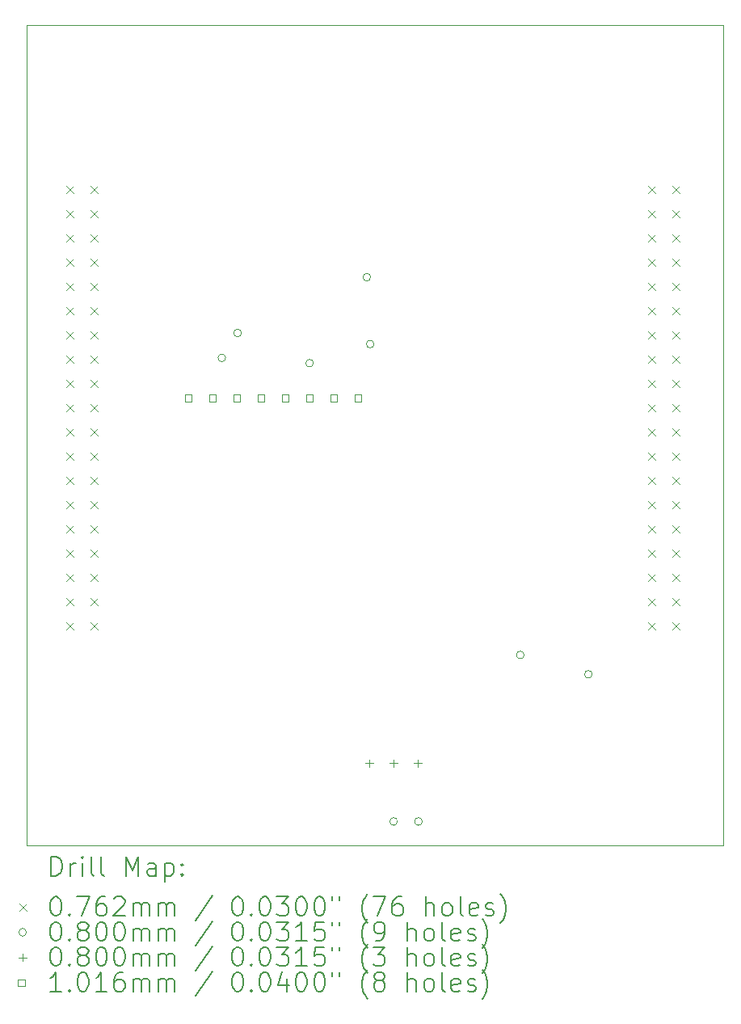
<source format=gbr>
%TF.GenerationSoftware,KiCad,Pcbnew,9.0.2*%
%TF.CreationDate,2025-05-16T17:18:47+02:00*%
%TF.ProjectId,PCB_accueil_STM,5043425f-6163-4637-9565-696c5f53544d,rev?*%
%TF.SameCoordinates,Original*%
%TF.FileFunction,Drillmap*%
%TF.FilePolarity,Positive*%
%FSLAX45Y45*%
G04 Gerber Fmt 4.5, Leading zero omitted, Abs format (unit mm)*
G04 Created by KiCad (PCBNEW 9.0.2) date 2025-05-16 17:18:47*
%MOMM*%
%LPD*%
G01*
G04 APERTURE LIST*
%ADD10C,0.050000*%
%ADD11C,0.200000*%
%ADD12C,0.100000*%
%ADD13C,0.101600*%
G04 APERTURE END LIST*
D10*
X11851600Y-5369560D02*
X11851600Y-13970000D01*
X19151600Y-13970000D02*
X19151600Y-5370000D01*
X11851600Y-13970000D02*
X19151600Y-13970000D01*
X19151600Y-5369560D02*
X11851600Y-5369560D01*
D11*
D12*
X12263500Y-7059900D02*
X12339700Y-7136100D01*
X12339700Y-7059900D02*
X12263500Y-7136100D01*
X12263500Y-7313900D02*
X12339700Y-7390100D01*
X12339700Y-7313900D02*
X12263500Y-7390100D01*
X12263500Y-7567900D02*
X12339700Y-7644100D01*
X12339700Y-7567900D02*
X12263500Y-7644100D01*
X12263500Y-7821900D02*
X12339700Y-7898100D01*
X12339700Y-7821900D02*
X12263500Y-7898100D01*
X12263500Y-8075900D02*
X12339700Y-8152100D01*
X12339700Y-8075900D02*
X12263500Y-8152100D01*
X12263500Y-8329900D02*
X12339700Y-8406100D01*
X12339700Y-8329900D02*
X12263500Y-8406100D01*
X12263500Y-8583900D02*
X12339700Y-8660100D01*
X12339700Y-8583900D02*
X12263500Y-8660100D01*
X12263500Y-8837900D02*
X12339700Y-8914100D01*
X12339700Y-8837900D02*
X12263500Y-8914100D01*
X12263500Y-9091900D02*
X12339700Y-9168100D01*
X12339700Y-9091900D02*
X12263500Y-9168100D01*
X12263500Y-9345900D02*
X12339700Y-9422100D01*
X12339700Y-9345900D02*
X12263500Y-9422100D01*
X12263500Y-9599900D02*
X12339700Y-9676100D01*
X12339700Y-9599900D02*
X12263500Y-9676100D01*
X12263500Y-9853900D02*
X12339700Y-9930100D01*
X12339700Y-9853900D02*
X12263500Y-9930100D01*
X12263500Y-10107900D02*
X12339700Y-10184100D01*
X12339700Y-10107900D02*
X12263500Y-10184100D01*
X12263500Y-10361900D02*
X12339700Y-10438100D01*
X12339700Y-10361900D02*
X12263500Y-10438100D01*
X12263500Y-10615900D02*
X12339700Y-10692100D01*
X12339700Y-10615900D02*
X12263500Y-10692100D01*
X12263500Y-10869900D02*
X12339700Y-10946100D01*
X12339700Y-10869900D02*
X12263500Y-10946100D01*
X12263500Y-11123900D02*
X12339700Y-11200100D01*
X12339700Y-11123900D02*
X12263500Y-11200100D01*
X12263500Y-11377900D02*
X12339700Y-11454100D01*
X12339700Y-11377900D02*
X12263500Y-11454100D01*
X12263500Y-11631900D02*
X12339700Y-11708100D01*
X12339700Y-11631900D02*
X12263500Y-11708100D01*
X12517500Y-7059900D02*
X12593700Y-7136100D01*
X12593700Y-7059900D02*
X12517500Y-7136100D01*
X12517500Y-7313900D02*
X12593700Y-7390100D01*
X12593700Y-7313900D02*
X12517500Y-7390100D01*
X12517500Y-7567900D02*
X12593700Y-7644100D01*
X12593700Y-7567900D02*
X12517500Y-7644100D01*
X12517500Y-7821900D02*
X12593700Y-7898100D01*
X12593700Y-7821900D02*
X12517500Y-7898100D01*
X12517500Y-8075900D02*
X12593700Y-8152100D01*
X12593700Y-8075900D02*
X12517500Y-8152100D01*
X12517500Y-8329900D02*
X12593700Y-8406100D01*
X12593700Y-8329900D02*
X12517500Y-8406100D01*
X12517500Y-8583900D02*
X12593700Y-8660100D01*
X12593700Y-8583900D02*
X12517500Y-8660100D01*
X12517500Y-8837900D02*
X12593700Y-8914100D01*
X12593700Y-8837900D02*
X12517500Y-8914100D01*
X12517500Y-9091900D02*
X12593700Y-9168100D01*
X12593700Y-9091900D02*
X12517500Y-9168100D01*
X12517500Y-9345900D02*
X12593700Y-9422100D01*
X12593700Y-9345900D02*
X12517500Y-9422100D01*
X12517500Y-9599900D02*
X12593700Y-9676100D01*
X12593700Y-9599900D02*
X12517500Y-9676100D01*
X12517500Y-9853900D02*
X12593700Y-9930100D01*
X12593700Y-9853900D02*
X12517500Y-9930100D01*
X12517500Y-10107900D02*
X12593700Y-10184100D01*
X12593700Y-10107900D02*
X12517500Y-10184100D01*
X12517500Y-10361900D02*
X12593700Y-10438100D01*
X12593700Y-10361900D02*
X12517500Y-10438100D01*
X12517500Y-10615900D02*
X12593700Y-10692100D01*
X12593700Y-10615900D02*
X12517500Y-10692100D01*
X12517500Y-10869900D02*
X12593700Y-10946100D01*
X12593700Y-10869900D02*
X12517500Y-10946100D01*
X12517500Y-11123900D02*
X12593700Y-11200100D01*
X12593700Y-11123900D02*
X12517500Y-11200100D01*
X12517500Y-11377900D02*
X12593700Y-11454100D01*
X12593700Y-11377900D02*
X12517500Y-11454100D01*
X12517500Y-11631900D02*
X12593700Y-11708100D01*
X12593700Y-11631900D02*
X12517500Y-11708100D01*
X18359500Y-7059900D02*
X18435700Y-7136100D01*
X18435700Y-7059900D02*
X18359500Y-7136100D01*
X18359500Y-7313900D02*
X18435700Y-7390100D01*
X18435700Y-7313900D02*
X18359500Y-7390100D01*
X18359500Y-7567900D02*
X18435700Y-7644100D01*
X18435700Y-7567900D02*
X18359500Y-7644100D01*
X18359500Y-7821900D02*
X18435700Y-7898100D01*
X18435700Y-7821900D02*
X18359500Y-7898100D01*
X18359500Y-8075900D02*
X18435700Y-8152100D01*
X18435700Y-8075900D02*
X18359500Y-8152100D01*
X18359500Y-8329900D02*
X18435700Y-8406100D01*
X18435700Y-8329900D02*
X18359500Y-8406100D01*
X18359500Y-8583900D02*
X18435700Y-8660100D01*
X18435700Y-8583900D02*
X18359500Y-8660100D01*
X18359500Y-8837900D02*
X18435700Y-8914100D01*
X18435700Y-8837900D02*
X18359500Y-8914100D01*
X18359500Y-9091900D02*
X18435700Y-9168100D01*
X18435700Y-9091900D02*
X18359500Y-9168100D01*
X18359500Y-9345900D02*
X18435700Y-9422100D01*
X18435700Y-9345900D02*
X18359500Y-9422100D01*
X18359500Y-9599900D02*
X18435700Y-9676100D01*
X18435700Y-9599900D02*
X18359500Y-9676100D01*
X18359500Y-9853900D02*
X18435700Y-9930100D01*
X18435700Y-9853900D02*
X18359500Y-9930100D01*
X18359500Y-10107900D02*
X18435700Y-10184100D01*
X18435700Y-10107900D02*
X18359500Y-10184100D01*
X18359500Y-10361900D02*
X18435700Y-10438100D01*
X18435700Y-10361900D02*
X18359500Y-10438100D01*
X18359500Y-10615900D02*
X18435700Y-10692100D01*
X18435700Y-10615900D02*
X18359500Y-10692100D01*
X18359500Y-10869900D02*
X18435700Y-10946100D01*
X18435700Y-10869900D02*
X18359500Y-10946100D01*
X18359500Y-11123900D02*
X18435700Y-11200100D01*
X18435700Y-11123900D02*
X18359500Y-11200100D01*
X18359500Y-11377900D02*
X18435700Y-11454100D01*
X18435700Y-11377900D02*
X18359500Y-11454100D01*
X18359500Y-11631900D02*
X18435700Y-11708100D01*
X18435700Y-11631900D02*
X18359500Y-11708100D01*
X18613500Y-7059900D02*
X18689700Y-7136100D01*
X18689700Y-7059900D02*
X18613500Y-7136100D01*
X18613500Y-7313900D02*
X18689700Y-7390100D01*
X18689700Y-7313900D02*
X18613500Y-7390100D01*
X18613500Y-7567900D02*
X18689700Y-7644100D01*
X18689700Y-7567900D02*
X18613500Y-7644100D01*
X18613500Y-7821900D02*
X18689700Y-7898100D01*
X18689700Y-7821900D02*
X18613500Y-7898100D01*
X18613500Y-8075900D02*
X18689700Y-8152100D01*
X18689700Y-8075900D02*
X18613500Y-8152100D01*
X18613500Y-8329900D02*
X18689700Y-8406100D01*
X18689700Y-8329900D02*
X18613500Y-8406100D01*
X18613500Y-8583900D02*
X18689700Y-8660100D01*
X18689700Y-8583900D02*
X18613500Y-8660100D01*
X18613500Y-8837900D02*
X18689700Y-8914100D01*
X18689700Y-8837900D02*
X18613500Y-8914100D01*
X18613500Y-9091900D02*
X18689700Y-9168100D01*
X18689700Y-9091900D02*
X18613500Y-9168100D01*
X18613500Y-9345900D02*
X18689700Y-9422100D01*
X18689700Y-9345900D02*
X18613500Y-9422100D01*
X18613500Y-9599900D02*
X18689700Y-9676100D01*
X18689700Y-9599900D02*
X18613500Y-9676100D01*
X18613500Y-9853900D02*
X18689700Y-9930100D01*
X18689700Y-9853900D02*
X18613500Y-9930100D01*
X18613500Y-10107900D02*
X18689700Y-10184100D01*
X18689700Y-10107900D02*
X18613500Y-10184100D01*
X18613500Y-10361900D02*
X18689700Y-10438100D01*
X18689700Y-10361900D02*
X18613500Y-10438100D01*
X18613500Y-10615900D02*
X18689700Y-10692100D01*
X18689700Y-10615900D02*
X18613500Y-10692100D01*
X18613500Y-10869900D02*
X18689700Y-10946100D01*
X18689700Y-10869900D02*
X18613500Y-10946100D01*
X18613500Y-11123900D02*
X18689700Y-11200100D01*
X18689700Y-11123900D02*
X18613500Y-11200100D01*
X18613500Y-11377900D02*
X18689700Y-11454100D01*
X18689700Y-11377900D02*
X18613500Y-11454100D01*
X18613500Y-11631900D02*
X18689700Y-11708100D01*
X18689700Y-11631900D02*
X18613500Y-11708100D01*
X13936340Y-8859520D02*
G75*
G02*
X13856340Y-8859520I-40000J0D01*
G01*
X13856340Y-8859520D02*
G75*
G02*
X13936340Y-8859520I40000J0D01*
G01*
X14101440Y-8600020D02*
G75*
G02*
X14021440Y-8600020I-40000J0D01*
G01*
X14021440Y-8600020D02*
G75*
G02*
X14101440Y-8600020I40000J0D01*
G01*
X14855820Y-8915400D02*
G75*
G02*
X14775820Y-8915400I-40000J0D01*
G01*
X14775820Y-8915400D02*
G75*
G02*
X14855820Y-8915400I40000J0D01*
G01*
X15455260Y-8013700D02*
G75*
G02*
X15375260Y-8013700I-40000J0D01*
G01*
X15375260Y-8013700D02*
G75*
G02*
X15455260Y-8013700I40000J0D01*
G01*
X15490820Y-8714320D02*
G75*
G02*
X15410820Y-8714320I-40000J0D01*
G01*
X15410820Y-8714320D02*
G75*
G02*
X15490820Y-8714320I40000J0D01*
G01*
X15736249Y-13716190D02*
G75*
G02*
X15656249Y-13716190I-40000J0D01*
G01*
X15656249Y-13716190D02*
G75*
G02*
X15736249Y-13716190I40000J0D01*
G01*
X15996249Y-13715996D02*
G75*
G02*
X15916249Y-13715996I-40000J0D01*
G01*
X15916249Y-13715996D02*
G75*
G02*
X15996249Y-13715996I40000J0D01*
G01*
X17063080Y-11971020D02*
G75*
G02*
X16983080Y-11971020I-40000J0D01*
G01*
X16983080Y-11971020D02*
G75*
G02*
X17063080Y-11971020I40000J0D01*
G01*
X17776820Y-12174220D02*
G75*
G02*
X17696820Y-12174220I-40000J0D01*
G01*
X17696820Y-12174220D02*
G75*
G02*
X17776820Y-12174220I40000J0D01*
G01*
X15443200Y-13066400D02*
X15443200Y-13146400D01*
X15403200Y-13106400D02*
X15483200Y-13106400D01*
X15697200Y-13066400D02*
X15697200Y-13146400D01*
X15657200Y-13106400D02*
X15737200Y-13106400D01*
X15951200Y-13066400D02*
X15951200Y-13146400D01*
X15911200Y-13106400D02*
X15991200Y-13106400D01*
D13*
X13579201Y-9315811D02*
X13579201Y-9243969D01*
X13507359Y-9243969D01*
X13507359Y-9315811D01*
X13579201Y-9315811D01*
X13833201Y-9315811D02*
X13833201Y-9243969D01*
X13761359Y-9243969D01*
X13761359Y-9315811D01*
X13833201Y-9315811D01*
X14087201Y-9315811D02*
X14087201Y-9243969D01*
X14015359Y-9243969D01*
X14015359Y-9315811D01*
X14087201Y-9315811D01*
X14341201Y-9315811D02*
X14341201Y-9243969D01*
X14269359Y-9243969D01*
X14269359Y-9315811D01*
X14341201Y-9315811D01*
X14595201Y-9315811D02*
X14595201Y-9243969D01*
X14523359Y-9243969D01*
X14523359Y-9315811D01*
X14595201Y-9315811D01*
X14849201Y-9315811D02*
X14849201Y-9243969D01*
X14777359Y-9243969D01*
X14777359Y-9315811D01*
X14849201Y-9315811D01*
X15103201Y-9315811D02*
X15103201Y-9243969D01*
X15031359Y-9243969D01*
X15031359Y-9315811D01*
X15103201Y-9315811D01*
X15357201Y-9315811D02*
X15357201Y-9243969D01*
X15285359Y-9243969D01*
X15285359Y-9315811D01*
X15357201Y-9315811D01*
D11*
X12109877Y-14283984D02*
X12109877Y-14083984D01*
X12109877Y-14083984D02*
X12157496Y-14083984D01*
X12157496Y-14083984D02*
X12186067Y-14093508D01*
X12186067Y-14093508D02*
X12205115Y-14112555D01*
X12205115Y-14112555D02*
X12214639Y-14131603D01*
X12214639Y-14131603D02*
X12224162Y-14169698D01*
X12224162Y-14169698D02*
X12224162Y-14198269D01*
X12224162Y-14198269D02*
X12214639Y-14236365D01*
X12214639Y-14236365D02*
X12205115Y-14255412D01*
X12205115Y-14255412D02*
X12186067Y-14274460D01*
X12186067Y-14274460D02*
X12157496Y-14283984D01*
X12157496Y-14283984D02*
X12109877Y-14283984D01*
X12309877Y-14283984D02*
X12309877Y-14150650D01*
X12309877Y-14188746D02*
X12319401Y-14169698D01*
X12319401Y-14169698D02*
X12328924Y-14160174D01*
X12328924Y-14160174D02*
X12347972Y-14150650D01*
X12347972Y-14150650D02*
X12367020Y-14150650D01*
X12433686Y-14283984D02*
X12433686Y-14150650D01*
X12433686Y-14083984D02*
X12424162Y-14093508D01*
X12424162Y-14093508D02*
X12433686Y-14103031D01*
X12433686Y-14103031D02*
X12443210Y-14093508D01*
X12443210Y-14093508D02*
X12433686Y-14083984D01*
X12433686Y-14083984D02*
X12433686Y-14103031D01*
X12557496Y-14283984D02*
X12538448Y-14274460D01*
X12538448Y-14274460D02*
X12528924Y-14255412D01*
X12528924Y-14255412D02*
X12528924Y-14083984D01*
X12662258Y-14283984D02*
X12643210Y-14274460D01*
X12643210Y-14274460D02*
X12633686Y-14255412D01*
X12633686Y-14255412D02*
X12633686Y-14083984D01*
X12890829Y-14283984D02*
X12890829Y-14083984D01*
X12890829Y-14083984D02*
X12957496Y-14226841D01*
X12957496Y-14226841D02*
X13024162Y-14083984D01*
X13024162Y-14083984D02*
X13024162Y-14283984D01*
X13205115Y-14283984D02*
X13205115Y-14179222D01*
X13205115Y-14179222D02*
X13195591Y-14160174D01*
X13195591Y-14160174D02*
X13176543Y-14150650D01*
X13176543Y-14150650D02*
X13138448Y-14150650D01*
X13138448Y-14150650D02*
X13119401Y-14160174D01*
X13205115Y-14274460D02*
X13186067Y-14283984D01*
X13186067Y-14283984D02*
X13138448Y-14283984D01*
X13138448Y-14283984D02*
X13119401Y-14274460D01*
X13119401Y-14274460D02*
X13109877Y-14255412D01*
X13109877Y-14255412D02*
X13109877Y-14236365D01*
X13109877Y-14236365D02*
X13119401Y-14217317D01*
X13119401Y-14217317D02*
X13138448Y-14207793D01*
X13138448Y-14207793D02*
X13186067Y-14207793D01*
X13186067Y-14207793D02*
X13205115Y-14198269D01*
X13300353Y-14150650D02*
X13300353Y-14350650D01*
X13300353Y-14160174D02*
X13319401Y-14150650D01*
X13319401Y-14150650D02*
X13357496Y-14150650D01*
X13357496Y-14150650D02*
X13376543Y-14160174D01*
X13376543Y-14160174D02*
X13386067Y-14169698D01*
X13386067Y-14169698D02*
X13395591Y-14188746D01*
X13395591Y-14188746D02*
X13395591Y-14245888D01*
X13395591Y-14245888D02*
X13386067Y-14264936D01*
X13386067Y-14264936D02*
X13376543Y-14274460D01*
X13376543Y-14274460D02*
X13357496Y-14283984D01*
X13357496Y-14283984D02*
X13319401Y-14283984D01*
X13319401Y-14283984D02*
X13300353Y-14274460D01*
X13481305Y-14264936D02*
X13490829Y-14274460D01*
X13490829Y-14274460D02*
X13481305Y-14283984D01*
X13481305Y-14283984D02*
X13471782Y-14274460D01*
X13471782Y-14274460D02*
X13481305Y-14264936D01*
X13481305Y-14264936D02*
X13481305Y-14283984D01*
X13481305Y-14160174D02*
X13490829Y-14169698D01*
X13490829Y-14169698D02*
X13481305Y-14179222D01*
X13481305Y-14179222D02*
X13471782Y-14169698D01*
X13471782Y-14169698D02*
X13481305Y-14160174D01*
X13481305Y-14160174D02*
X13481305Y-14179222D01*
D12*
X11772900Y-14574400D02*
X11849100Y-14650600D01*
X11849100Y-14574400D02*
X11772900Y-14650600D01*
D11*
X12147972Y-14503984D02*
X12167020Y-14503984D01*
X12167020Y-14503984D02*
X12186067Y-14513508D01*
X12186067Y-14513508D02*
X12195591Y-14523031D01*
X12195591Y-14523031D02*
X12205115Y-14542079D01*
X12205115Y-14542079D02*
X12214639Y-14580174D01*
X12214639Y-14580174D02*
X12214639Y-14627793D01*
X12214639Y-14627793D02*
X12205115Y-14665888D01*
X12205115Y-14665888D02*
X12195591Y-14684936D01*
X12195591Y-14684936D02*
X12186067Y-14694460D01*
X12186067Y-14694460D02*
X12167020Y-14703984D01*
X12167020Y-14703984D02*
X12147972Y-14703984D01*
X12147972Y-14703984D02*
X12128924Y-14694460D01*
X12128924Y-14694460D02*
X12119401Y-14684936D01*
X12119401Y-14684936D02*
X12109877Y-14665888D01*
X12109877Y-14665888D02*
X12100353Y-14627793D01*
X12100353Y-14627793D02*
X12100353Y-14580174D01*
X12100353Y-14580174D02*
X12109877Y-14542079D01*
X12109877Y-14542079D02*
X12119401Y-14523031D01*
X12119401Y-14523031D02*
X12128924Y-14513508D01*
X12128924Y-14513508D02*
X12147972Y-14503984D01*
X12300353Y-14684936D02*
X12309877Y-14694460D01*
X12309877Y-14694460D02*
X12300353Y-14703984D01*
X12300353Y-14703984D02*
X12290829Y-14694460D01*
X12290829Y-14694460D02*
X12300353Y-14684936D01*
X12300353Y-14684936D02*
X12300353Y-14703984D01*
X12376543Y-14503984D02*
X12509877Y-14503984D01*
X12509877Y-14503984D02*
X12424162Y-14703984D01*
X12671782Y-14503984D02*
X12633686Y-14503984D01*
X12633686Y-14503984D02*
X12614639Y-14513508D01*
X12614639Y-14513508D02*
X12605115Y-14523031D01*
X12605115Y-14523031D02*
X12586067Y-14551603D01*
X12586067Y-14551603D02*
X12576543Y-14589698D01*
X12576543Y-14589698D02*
X12576543Y-14665888D01*
X12576543Y-14665888D02*
X12586067Y-14684936D01*
X12586067Y-14684936D02*
X12595591Y-14694460D01*
X12595591Y-14694460D02*
X12614639Y-14703984D01*
X12614639Y-14703984D02*
X12652734Y-14703984D01*
X12652734Y-14703984D02*
X12671782Y-14694460D01*
X12671782Y-14694460D02*
X12681305Y-14684936D01*
X12681305Y-14684936D02*
X12690829Y-14665888D01*
X12690829Y-14665888D02*
X12690829Y-14618269D01*
X12690829Y-14618269D02*
X12681305Y-14599222D01*
X12681305Y-14599222D02*
X12671782Y-14589698D01*
X12671782Y-14589698D02*
X12652734Y-14580174D01*
X12652734Y-14580174D02*
X12614639Y-14580174D01*
X12614639Y-14580174D02*
X12595591Y-14589698D01*
X12595591Y-14589698D02*
X12586067Y-14599222D01*
X12586067Y-14599222D02*
X12576543Y-14618269D01*
X12767020Y-14523031D02*
X12776543Y-14513508D01*
X12776543Y-14513508D02*
X12795591Y-14503984D01*
X12795591Y-14503984D02*
X12843210Y-14503984D01*
X12843210Y-14503984D02*
X12862258Y-14513508D01*
X12862258Y-14513508D02*
X12871782Y-14523031D01*
X12871782Y-14523031D02*
X12881305Y-14542079D01*
X12881305Y-14542079D02*
X12881305Y-14561127D01*
X12881305Y-14561127D02*
X12871782Y-14589698D01*
X12871782Y-14589698D02*
X12757496Y-14703984D01*
X12757496Y-14703984D02*
X12881305Y-14703984D01*
X12967020Y-14703984D02*
X12967020Y-14570650D01*
X12967020Y-14589698D02*
X12976543Y-14580174D01*
X12976543Y-14580174D02*
X12995591Y-14570650D01*
X12995591Y-14570650D02*
X13024163Y-14570650D01*
X13024163Y-14570650D02*
X13043210Y-14580174D01*
X13043210Y-14580174D02*
X13052734Y-14599222D01*
X13052734Y-14599222D02*
X13052734Y-14703984D01*
X13052734Y-14599222D02*
X13062258Y-14580174D01*
X13062258Y-14580174D02*
X13081305Y-14570650D01*
X13081305Y-14570650D02*
X13109877Y-14570650D01*
X13109877Y-14570650D02*
X13128924Y-14580174D01*
X13128924Y-14580174D02*
X13138448Y-14599222D01*
X13138448Y-14599222D02*
X13138448Y-14703984D01*
X13233686Y-14703984D02*
X13233686Y-14570650D01*
X13233686Y-14589698D02*
X13243210Y-14580174D01*
X13243210Y-14580174D02*
X13262258Y-14570650D01*
X13262258Y-14570650D02*
X13290829Y-14570650D01*
X13290829Y-14570650D02*
X13309877Y-14580174D01*
X13309877Y-14580174D02*
X13319401Y-14599222D01*
X13319401Y-14599222D02*
X13319401Y-14703984D01*
X13319401Y-14599222D02*
X13328924Y-14580174D01*
X13328924Y-14580174D02*
X13347972Y-14570650D01*
X13347972Y-14570650D02*
X13376543Y-14570650D01*
X13376543Y-14570650D02*
X13395591Y-14580174D01*
X13395591Y-14580174D02*
X13405115Y-14599222D01*
X13405115Y-14599222D02*
X13405115Y-14703984D01*
X13795591Y-14494460D02*
X13624163Y-14751603D01*
X14052734Y-14503984D02*
X14071782Y-14503984D01*
X14071782Y-14503984D02*
X14090829Y-14513508D01*
X14090829Y-14513508D02*
X14100353Y-14523031D01*
X14100353Y-14523031D02*
X14109877Y-14542079D01*
X14109877Y-14542079D02*
X14119401Y-14580174D01*
X14119401Y-14580174D02*
X14119401Y-14627793D01*
X14119401Y-14627793D02*
X14109877Y-14665888D01*
X14109877Y-14665888D02*
X14100353Y-14684936D01*
X14100353Y-14684936D02*
X14090829Y-14694460D01*
X14090829Y-14694460D02*
X14071782Y-14703984D01*
X14071782Y-14703984D02*
X14052734Y-14703984D01*
X14052734Y-14703984D02*
X14033686Y-14694460D01*
X14033686Y-14694460D02*
X14024163Y-14684936D01*
X14024163Y-14684936D02*
X14014639Y-14665888D01*
X14014639Y-14665888D02*
X14005115Y-14627793D01*
X14005115Y-14627793D02*
X14005115Y-14580174D01*
X14005115Y-14580174D02*
X14014639Y-14542079D01*
X14014639Y-14542079D02*
X14024163Y-14523031D01*
X14024163Y-14523031D02*
X14033686Y-14513508D01*
X14033686Y-14513508D02*
X14052734Y-14503984D01*
X14205115Y-14684936D02*
X14214639Y-14694460D01*
X14214639Y-14694460D02*
X14205115Y-14703984D01*
X14205115Y-14703984D02*
X14195591Y-14694460D01*
X14195591Y-14694460D02*
X14205115Y-14684936D01*
X14205115Y-14684936D02*
X14205115Y-14703984D01*
X14338448Y-14503984D02*
X14357496Y-14503984D01*
X14357496Y-14503984D02*
X14376544Y-14513508D01*
X14376544Y-14513508D02*
X14386067Y-14523031D01*
X14386067Y-14523031D02*
X14395591Y-14542079D01*
X14395591Y-14542079D02*
X14405115Y-14580174D01*
X14405115Y-14580174D02*
X14405115Y-14627793D01*
X14405115Y-14627793D02*
X14395591Y-14665888D01*
X14395591Y-14665888D02*
X14386067Y-14684936D01*
X14386067Y-14684936D02*
X14376544Y-14694460D01*
X14376544Y-14694460D02*
X14357496Y-14703984D01*
X14357496Y-14703984D02*
X14338448Y-14703984D01*
X14338448Y-14703984D02*
X14319401Y-14694460D01*
X14319401Y-14694460D02*
X14309877Y-14684936D01*
X14309877Y-14684936D02*
X14300353Y-14665888D01*
X14300353Y-14665888D02*
X14290829Y-14627793D01*
X14290829Y-14627793D02*
X14290829Y-14580174D01*
X14290829Y-14580174D02*
X14300353Y-14542079D01*
X14300353Y-14542079D02*
X14309877Y-14523031D01*
X14309877Y-14523031D02*
X14319401Y-14513508D01*
X14319401Y-14513508D02*
X14338448Y-14503984D01*
X14471782Y-14503984D02*
X14595591Y-14503984D01*
X14595591Y-14503984D02*
X14528925Y-14580174D01*
X14528925Y-14580174D02*
X14557496Y-14580174D01*
X14557496Y-14580174D02*
X14576544Y-14589698D01*
X14576544Y-14589698D02*
X14586067Y-14599222D01*
X14586067Y-14599222D02*
X14595591Y-14618269D01*
X14595591Y-14618269D02*
X14595591Y-14665888D01*
X14595591Y-14665888D02*
X14586067Y-14684936D01*
X14586067Y-14684936D02*
X14576544Y-14694460D01*
X14576544Y-14694460D02*
X14557496Y-14703984D01*
X14557496Y-14703984D02*
X14500353Y-14703984D01*
X14500353Y-14703984D02*
X14481306Y-14694460D01*
X14481306Y-14694460D02*
X14471782Y-14684936D01*
X14719401Y-14503984D02*
X14738448Y-14503984D01*
X14738448Y-14503984D02*
X14757496Y-14513508D01*
X14757496Y-14513508D02*
X14767020Y-14523031D01*
X14767020Y-14523031D02*
X14776544Y-14542079D01*
X14776544Y-14542079D02*
X14786067Y-14580174D01*
X14786067Y-14580174D02*
X14786067Y-14627793D01*
X14786067Y-14627793D02*
X14776544Y-14665888D01*
X14776544Y-14665888D02*
X14767020Y-14684936D01*
X14767020Y-14684936D02*
X14757496Y-14694460D01*
X14757496Y-14694460D02*
X14738448Y-14703984D01*
X14738448Y-14703984D02*
X14719401Y-14703984D01*
X14719401Y-14703984D02*
X14700353Y-14694460D01*
X14700353Y-14694460D02*
X14690829Y-14684936D01*
X14690829Y-14684936D02*
X14681306Y-14665888D01*
X14681306Y-14665888D02*
X14671782Y-14627793D01*
X14671782Y-14627793D02*
X14671782Y-14580174D01*
X14671782Y-14580174D02*
X14681306Y-14542079D01*
X14681306Y-14542079D02*
X14690829Y-14523031D01*
X14690829Y-14523031D02*
X14700353Y-14513508D01*
X14700353Y-14513508D02*
X14719401Y-14503984D01*
X14909877Y-14503984D02*
X14928925Y-14503984D01*
X14928925Y-14503984D02*
X14947972Y-14513508D01*
X14947972Y-14513508D02*
X14957496Y-14523031D01*
X14957496Y-14523031D02*
X14967020Y-14542079D01*
X14967020Y-14542079D02*
X14976544Y-14580174D01*
X14976544Y-14580174D02*
X14976544Y-14627793D01*
X14976544Y-14627793D02*
X14967020Y-14665888D01*
X14967020Y-14665888D02*
X14957496Y-14684936D01*
X14957496Y-14684936D02*
X14947972Y-14694460D01*
X14947972Y-14694460D02*
X14928925Y-14703984D01*
X14928925Y-14703984D02*
X14909877Y-14703984D01*
X14909877Y-14703984D02*
X14890829Y-14694460D01*
X14890829Y-14694460D02*
X14881306Y-14684936D01*
X14881306Y-14684936D02*
X14871782Y-14665888D01*
X14871782Y-14665888D02*
X14862258Y-14627793D01*
X14862258Y-14627793D02*
X14862258Y-14580174D01*
X14862258Y-14580174D02*
X14871782Y-14542079D01*
X14871782Y-14542079D02*
X14881306Y-14523031D01*
X14881306Y-14523031D02*
X14890829Y-14513508D01*
X14890829Y-14513508D02*
X14909877Y-14503984D01*
X15052734Y-14503984D02*
X15052734Y-14542079D01*
X15128925Y-14503984D02*
X15128925Y-14542079D01*
X15424163Y-14780174D02*
X15414639Y-14770650D01*
X15414639Y-14770650D02*
X15395591Y-14742079D01*
X15395591Y-14742079D02*
X15386068Y-14723031D01*
X15386068Y-14723031D02*
X15376544Y-14694460D01*
X15376544Y-14694460D02*
X15367020Y-14646841D01*
X15367020Y-14646841D02*
X15367020Y-14608746D01*
X15367020Y-14608746D02*
X15376544Y-14561127D01*
X15376544Y-14561127D02*
X15386068Y-14532555D01*
X15386068Y-14532555D02*
X15395591Y-14513508D01*
X15395591Y-14513508D02*
X15414639Y-14484936D01*
X15414639Y-14484936D02*
X15424163Y-14475412D01*
X15481306Y-14503984D02*
X15614639Y-14503984D01*
X15614639Y-14503984D02*
X15528925Y-14703984D01*
X15776544Y-14503984D02*
X15738448Y-14503984D01*
X15738448Y-14503984D02*
X15719401Y-14513508D01*
X15719401Y-14513508D02*
X15709877Y-14523031D01*
X15709877Y-14523031D02*
X15690829Y-14551603D01*
X15690829Y-14551603D02*
X15681306Y-14589698D01*
X15681306Y-14589698D02*
X15681306Y-14665888D01*
X15681306Y-14665888D02*
X15690829Y-14684936D01*
X15690829Y-14684936D02*
X15700353Y-14694460D01*
X15700353Y-14694460D02*
X15719401Y-14703984D01*
X15719401Y-14703984D02*
X15757496Y-14703984D01*
X15757496Y-14703984D02*
X15776544Y-14694460D01*
X15776544Y-14694460D02*
X15786068Y-14684936D01*
X15786068Y-14684936D02*
X15795591Y-14665888D01*
X15795591Y-14665888D02*
X15795591Y-14618269D01*
X15795591Y-14618269D02*
X15786068Y-14599222D01*
X15786068Y-14599222D02*
X15776544Y-14589698D01*
X15776544Y-14589698D02*
X15757496Y-14580174D01*
X15757496Y-14580174D02*
X15719401Y-14580174D01*
X15719401Y-14580174D02*
X15700353Y-14589698D01*
X15700353Y-14589698D02*
X15690829Y-14599222D01*
X15690829Y-14599222D02*
X15681306Y-14618269D01*
X16033687Y-14703984D02*
X16033687Y-14503984D01*
X16119401Y-14703984D02*
X16119401Y-14599222D01*
X16119401Y-14599222D02*
X16109877Y-14580174D01*
X16109877Y-14580174D02*
X16090830Y-14570650D01*
X16090830Y-14570650D02*
X16062258Y-14570650D01*
X16062258Y-14570650D02*
X16043210Y-14580174D01*
X16043210Y-14580174D02*
X16033687Y-14589698D01*
X16243210Y-14703984D02*
X16224163Y-14694460D01*
X16224163Y-14694460D02*
X16214639Y-14684936D01*
X16214639Y-14684936D02*
X16205115Y-14665888D01*
X16205115Y-14665888D02*
X16205115Y-14608746D01*
X16205115Y-14608746D02*
X16214639Y-14589698D01*
X16214639Y-14589698D02*
X16224163Y-14580174D01*
X16224163Y-14580174D02*
X16243210Y-14570650D01*
X16243210Y-14570650D02*
X16271782Y-14570650D01*
X16271782Y-14570650D02*
X16290830Y-14580174D01*
X16290830Y-14580174D02*
X16300353Y-14589698D01*
X16300353Y-14589698D02*
X16309877Y-14608746D01*
X16309877Y-14608746D02*
X16309877Y-14665888D01*
X16309877Y-14665888D02*
X16300353Y-14684936D01*
X16300353Y-14684936D02*
X16290830Y-14694460D01*
X16290830Y-14694460D02*
X16271782Y-14703984D01*
X16271782Y-14703984D02*
X16243210Y-14703984D01*
X16424163Y-14703984D02*
X16405115Y-14694460D01*
X16405115Y-14694460D02*
X16395591Y-14675412D01*
X16395591Y-14675412D02*
X16395591Y-14503984D01*
X16576544Y-14694460D02*
X16557496Y-14703984D01*
X16557496Y-14703984D02*
X16519401Y-14703984D01*
X16519401Y-14703984D02*
X16500353Y-14694460D01*
X16500353Y-14694460D02*
X16490830Y-14675412D01*
X16490830Y-14675412D02*
X16490830Y-14599222D01*
X16490830Y-14599222D02*
X16500353Y-14580174D01*
X16500353Y-14580174D02*
X16519401Y-14570650D01*
X16519401Y-14570650D02*
X16557496Y-14570650D01*
X16557496Y-14570650D02*
X16576544Y-14580174D01*
X16576544Y-14580174D02*
X16586068Y-14599222D01*
X16586068Y-14599222D02*
X16586068Y-14618269D01*
X16586068Y-14618269D02*
X16490830Y-14637317D01*
X16662258Y-14694460D02*
X16681306Y-14703984D01*
X16681306Y-14703984D02*
X16719401Y-14703984D01*
X16719401Y-14703984D02*
X16738449Y-14694460D01*
X16738449Y-14694460D02*
X16747972Y-14675412D01*
X16747972Y-14675412D02*
X16747972Y-14665888D01*
X16747972Y-14665888D02*
X16738449Y-14646841D01*
X16738449Y-14646841D02*
X16719401Y-14637317D01*
X16719401Y-14637317D02*
X16690830Y-14637317D01*
X16690830Y-14637317D02*
X16671782Y-14627793D01*
X16671782Y-14627793D02*
X16662258Y-14608746D01*
X16662258Y-14608746D02*
X16662258Y-14599222D01*
X16662258Y-14599222D02*
X16671782Y-14580174D01*
X16671782Y-14580174D02*
X16690830Y-14570650D01*
X16690830Y-14570650D02*
X16719401Y-14570650D01*
X16719401Y-14570650D02*
X16738449Y-14580174D01*
X16814639Y-14780174D02*
X16824163Y-14770650D01*
X16824163Y-14770650D02*
X16843211Y-14742079D01*
X16843211Y-14742079D02*
X16852734Y-14723031D01*
X16852734Y-14723031D02*
X16862258Y-14694460D01*
X16862258Y-14694460D02*
X16871782Y-14646841D01*
X16871782Y-14646841D02*
X16871782Y-14608746D01*
X16871782Y-14608746D02*
X16862258Y-14561127D01*
X16862258Y-14561127D02*
X16852734Y-14532555D01*
X16852734Y-14532555D02*
X16843211Y-14513508D01*
X16843211Y-14513508D02*
X16824163Y-14484936D01*
X16824163Y-14484936D02*
X16814639Y-14475412D01*
D12*
X11849100Y-14876500D02*
G75*
G02*
X11769100Y-14876500I-40000J0D01*
G01*
X11769100Y-14876500D02*
G75*
G02*
X11849100Y-14876500I40000J0D01*
G01*
D11*
X12147972Y-14767984D02*
X12167020Y-14767984D01*
X12167020Y-14767984D02*
X12186067Y-14777508D01*
X12186067Y-14777508D02*
X12195591Y-14787031D01*
X12195591Y-14787031D02*
X12205115Y-14806079D01*
X12205115Y-14806079D02*
X12214639Y-14844174D01*
X12214639Y-14844174D02*
X12214639Y-14891793D01*
X12214639Y-14891793D02*
X12205115Y-14929888D01*
X12205115Y-14929888D02*
X12195591Y-14948936D01*
X12195591Y-14948936D02*
X12186067Y-14958460D01*
X12186067Y-14958460D02*
X12167020Y-14967984D01*
X12167020Y-14967984D02*
X12147972Y-14967984D01*
X12147972Y-14967984D02*
X12128924Y-14958460D01*
X12128924Y-14958460D02*
X12119401Y-14948936D01*
X12119401Y-14948936D02*
X12109877Y-14929888D01*
X12109877Y-14929888D02*
X12100353Y-14891793D01*
X12100353Y-14891793D02*
X12100353Y-14844174D01*
X12100353Y-14844174D02*
X12109877Y-14806079D01*
X12109877Y-14806079D02*
X12119401Y-14787031D01*
X12119401Y-14787031D02*
X12128924Y-14777508D01*
X12128924Y-14777508D02*
X12147972Y-14767984D01*
X12300353Y-14948936D02*
X12309877Y-14958460D01*
X12309877Y-14958460D02*
X12300353Y-14967984D01*
X12300353Y-14967984D02*
X12290829Y-14958460D01*
X12290829Y-14958460D02*
X12300353Y-14948936D01*
X12300353Y-14948936D02*
X12300353Y-14967984D01*
X12424162Y-14853698D02*
X12405115Y-14844174D01*
X12405115Y-14844174D02*
X12395591Y-14834650D01*
X12395591Y-14834650D02*
X12386067Y-14815603D01*
X12386067Y-14815603D02*
X12386067Y-14806079D01*
X12386067Y-14806079D02*
X12395591Y-14787031D01*
X12395591Y-14787031D02*
X12405115Y-14777508D01*
X12405115Y-14777508D02*
X12424162Y-14767984D01*
X12424162Y-14767984D02*
X12462258Y-14767984D01*
X12462258Y-14767984D02*
X12481305Y-14777508D01*
X12481305Y-14777508D02*
X12490829Y-14787031D01*
X12490829Y-14787031D02*
X12500353Y-14806079D01*
X12500353Y-14806079D02*
X12500353Y-14815603D01*
X12500353Y-14815603D02*
X12490829Y-14834650D01*
X12490829Y-14834650D02*
X12481305Y-14844174D01*
X12481305Y-14844174D02*
X12462258Y-14853698D01*
X12462258Y-14853698D02*
X12424162Y-14853698D01*
X12424162Y-14853698D02*
X12405115Y-14863222D01*
X12405115Y-14863222D02*
X12395591Y-14872746D01*
X12395591Y-14872746D02*
X12386067Y-14891793D01*
X12386067Y-14891793D02*
X12386067Y-14929888D01*
X12386067Y-14929888D02*
X12395591Y-14948936D01*
X12395591Y-14948936D02*
X12405115Y-14958460D01*
X12405115Y-14958460D02*
X12424162Y-14967984D01*
X12424162Y-14967984D02*
X12462258Y-14967984D01*
X12462258Y-14967984D02*
X12481305Y-14958460D01*
X12481305Y-14958460D02*
X12490829Y-14948936D01*
X12490829Y-14948936D02*
X12500353Y-14929888D01*
X12500353Y-14929888D02*
X12500353Y-14891793D01*
X12500353Y-14891793D02*
X12490829Y-14872746D01*
X12490829Y-14872746D02*
X12481305Y-14863222D01*
X12481305Y-14863222D02*
X12462258Y-14853698D01*
X12624162Y-14767984D02*
X12643210Y-14767984D01*
X12643210Y-14767984D02*
X12662258Y-14777508D01*
X12662258Y-14777508D02*
X12671782Y-14787031D01*
X12671782Y-14787031D02*
X12681305Y-14806079D01*
X12681305Y-14806079D02*
X12690829Y-14844174D01*
X12690829Y-14844174D02*
X12690829Y-14891793D01*
X12690829Y-14891793D02*
X12681305Y-14929888D01*
X12681305Y-14929888D02*
X12671782Y-14948936D01*
X12671782Y-14948936D02*
X12662258Y-14958460D01*
X12662258Y-14958460D02*
X12643210Y-14967984D01*
X12643210Y-14967984D02*
X12624162Y-14967984D01*
X12624162Y-14967984D02*
X12605115Y-14958460D01*
X12605115Y-14958460D02*
X12595591Y-14948936D01*
X12595591Y-14948936D02*
X12586067Y-14929888D01*
X12586067Y-14929888D02*
X12576543Y-14891793D01*
X12576543Y-14891793D02*
X12576543Y-14844174D01*
X12576543Y-14844174D02*
X12586067Y-14806079D01*
X12586067Y-14806079D02*
X12595591Y-14787031D01*
X12595591Y-14787031D02*
X12605115Y-14777508D01*
X12605115Y-14777508D02*
X12624162Y-14767984D01*
X12814639Y-14767984D02*
X12833686Y-14767984D01*
X12833686Y-14767984D02*
X12852734Y-14777508D01*
X12852734Y-14777508D02*
X12862258Y-14787031D01*
X12862258Y-14787031D02*
X12871782Y-14806079D01*
X12871782Y-14806079D02*
X12881305Y-14844174D01*
X12881305Y-14844174D02*
X12881305Y-14891793D01*
X12881305Y-14891793D02*
X12871782Y-14929888D01*
X12871782Y-14929888D02*
X12862258Y-14948936D01*
X12862258Y-14948936D02*
X12852734Y-14958460D01*
X12852734Y-14958460D02*
X12833686Y-14967984D01*
X12833686Y-14967984D02*
X12814639Y-14967984D01*
X12814639Y-14967984D02*
X12795591Y-14958460D01*
X12795591Y-14958460D02*
X12786067Y-14948936D01*
X12786067Y-14948936D02*
X12776543Y-14929888D01*
X12776543Y-14929888D02*
X12767020Y-14891793D01*
X12767020Y-14891793D02*
X12767020Y-14844174D01*
X12767020Y-14844174D02*
X12776543Y-14806079D01*
X12776543Y-14806079D02*
X12786067Y-14787031D01*
X12786067Y-14787031D02*
X12795591Y-14777508D01*
X12795591Y-14777508D02*
X12814639Y-14767984D01*
X12967020Y-14967984D02*
X12967020Y-14834650D01*
X12967020Y-14853698D02*
X12976543Y-14844174D01*
X12976543Y-14844174D02*
X12995591Y-14834650D01*
X12995591Y-14834650D02*
X13024163Y-14834650D01*
X13024163Y-14834650D02*
X13043210Y-14844174D01*
X13043210Y-14844174D02*
X13052734Y-14863222D01*
X13052734Y-14863222D02*
X13052734Y-14967984D01*
X13052734Y-14863222D02*
X13062258Y-14844174D01*
X13062258Y-14844174D02*
X13081305Y-14834650D01*
X13081305Y-14834650D02*
X13109877Y-14834650D01*
X13109877Y-14834650D02*
X13128924Y-14844174D01*
X13128924Y-14844174D02*
X13138448Y-14863222D01*
X13138448Y-14863222D02*
X13138448Y-14967984D01*
X13233686Y-14967984D02*
X13233686Y-14834650D01*
X13233686Y-14853698D02*
X13243210Y-14844174D01*
X13243210Y-14844174D02*
X13262258Y-14834650D01*
X13262258Y-14834650D02*
X13290829Y-14834650D01*
X13290829Y-14834650D02*
X13309877Y-14844174D01*
X13309877Y-14844174D02*
X13319401Y-14863222D01*
X13319401Y-14863222D02*
X13319401Y-14967984D01*
X13319401Y-14863222D02*
X13328924Y-14844174D01*
X13328924Y-14844174D02*
X13347972Y-14834650D01*
X13347972Y-14834650D02*
X13376543Y-14834650D01*
X13376543Y-14834650D02*
X13395591Y-14844174D01*
X13395591Y-14844174D02*
X13405115Y-14863222D01*
X13405115Y-14863222D02*
X13405115Y-14967984D01*
X13795591Y-14758460D02*
X13624163Y-15015603D01*
X14052734Y-14767984D02*
X14071782Y-14767984D01*
X14071782Y-14767984D02*
X14090829Y-14777508D01*
X14090829Y-14777508D02*
X14100353Y-14787031D01*
X14100353Y-14787031D02*
X14109877Y-14806079D01*
X14109877Y-14806079D02*
X14119401Y-14844174D01*
X14119401Y-14844174D02*
X14119401Y-14891793D01*
X14119401Y-14891793D02*
X14109877Y-14929888D01*
X14109877Y-14929888D02*
X14100353Y-14948936D01*
X14100353Y-14948936D02*
X14090829Y-14958460D01*
X14090829Y-14958460D02*
X14071782Y-14967984D01*
X14071782Y-14967984D02*
X14052734Y-14967984D01*
X14052734Y-14967984D02*
X14033686Y-14958460D01*
X14033686Y-14958460D02*
X14024163Y-14948936D01*
X14024163Y-14948936D02*
X14014639Y-14929888D01*
X14014639Y-14929888D02*
X14005115Y-14891793D01*
X14005115Y-14891793D02*
X14005115Y-14844174D01*
X14005115Y-14844174D02*
X14014639Y-14806079D01*
X14014639Y-14806079D02*
X14024163Y-14787031D01*
X14024163Y-14787031D02*
X14033686Y-14777508D01*
X14033686Y-14777508D02*
X14052734Y-14767984D01*
X14205115Y-14948936D02*
X14214639Y-14958460D01*
X14214639Y-14958460D02*
X14205115Y-14967984D01*
X14205115Y-14967984D02*
X14195591Y-14958460D01*
X14195591Y-14958460D02*
X14205115Y-14948936D01*
X14205115Y-14948936D02*
X14205115Y-14967984D01*
X14338448Y-14767984D02*
X14357496Y-14767984D01*
X14357496Y-14767984D02*
X14376544Y-14777508D01*
X14376544Y-14777508D02*
X14386067Y-14787031D01*
X14386067Y-14787031D02*
X14395591Y-14806079D01*
X14395591Y-14806079D02*
X14405115Y-14844174D01*
X14405115Y-14844174D02*
X14405115Y-14891793D01*
X14405115Y-14891793D02*
X14395591Y-14929888D01*
X14395591Y-14929888D02*
X14386067Y-14948936D01*
X14386067Y-14948936D02*
X14376544Y-14958460D01*
X14376544Y-14958460D02*
X14357496Y-14967984D01*
X14357496Y-14967984D02*
X14338448Y-14967984D01*
X14338448Y-14967984D02*
X14319401Y-14958460D01*
X14319401Y-14958460D02*
X14309877Y-14948936D01*
X14309877Y-14948936D02*
X14300353Y-14929888D01*
X14300353Y-14929888D02*
X14290829Y-14891793D01*
X14290829Y-14891793D02*
X14290829Y-14844174D01*
X14290829Y-14844174D02*
X14300353Y-14806079D01*
X14300353Y-14806079D02*
X14309877Y-14787031D01*
X14309877Y-14787031D02*
X14319401Y-14777508D01*
X14319401Y-14777508D02*
X14338448Y-14767984D01*
X14471782Y-14767984D02*
X14595591Y-14767984D01*
X14595591Y-14767984D02*
X14528925Y-14844174D01*
X14528925Y-14844174D02*
X14557496Y-14844174D01*
X14557496Y-14844174D02*
X14576544Y-14853698D01*
X14576544Y-14853698D02*
X14586067Y-14863222D01*
X14586067Y-14863222D02*
X14595591Y-14882269D01*
X14595591Y-14882269D02*
X14595591Y-14929888D01*
X14595591Y-14929888D02*
X14586067Y-14948936D01*
X14586067Y-14948936D02*
X14576544Y-14958460D01*
X14576544Y-14958460D02*
X14557496Y-14967984D01*
X14557496Y-14967984D02*
X14500353Y-14967984D01*
X14500353Y-14967984D02*
X14481306Y-14958460D01*
X14481306Y-14958460D02*
X14471782Y-14948936D01*
X14786067Y-14967984D02*
X14671782Y-14967984D01*
X14728925Y-14967984D02*
X14728925Y-14767984D01*
X14728925Y-14767984D02*
X14709877Y-14796555D01*
X14709877Y-14796555D02*
X14690829Y-14815603D01*
X14690829Y-14815603D02*
X14671782Y-14825127D01*
X14967020Y-14767984D02*
X14871782Y-14767984D01*
X14871782Y-14767984D02*
X14862258Y-14863222D01*
X14862258Y-14863222D02*
X14871782Y-14853698D01*
X14871782Y-14853698D02*
X14890829Y-14844174D01*
X14890829Y-14844174D02*
X14938448Y-14844174D01*
X14938448Y-14844174D02*
X14957496Y-14853698D01*
X14957496Y-14853698D02*
X14967020Y-14863222D01*
X14967020Y-14863222D02*
X14976544Y-14882269D01*
X14976544Y-14882269D02*
X14976544Y-14929888D01*
X14976544Y-14929888D02*
X14967020Y-14948936D01*
X14967020Y-14948936D02*
X14957496Y-14958460D01*
X14957496Y-14958460D02*
X14938448Y-14967984D01*
X14938448Y-14967984D02*
X14890829Y-14967984D01*
X14890829Y-14967984D02*
X14871782Y-14958460D01*
X14871782Y-14958460D02*
X14862258Y-14948936D01*
X15052734Y-14767984D02*
X15052734Y-14806079D01*
X15128925Y-14767984D02*
X15128925Y-14806079D01*
X15424163Y-15044174D02*
X15414639Y-15034650D01*
X15414639Y-15034650D02*
X15395591Y-15006079D01*
X15395591Y-15006079D02*
X15386068Y-14987031D01*
X15386068Y-14987031D02*
X15376544Y-14958460D01*
X15376544Y-14958460D02*
X15367020Y-14910841D01*
X15367020Y-14910841D02*
X15367020Y-14872746D01*
X15367020Y-14872746D02*
X15376544Y-14825127D01*
X15376544Y-14825127D02*
X15386068Y-14796555D01*
X15386068Y-14796555D02*
X15395591Y-14777508D01*
X15395591Y-14777508D02*
X15414639Y-14748936D01*
X15414639Y-14748936D02*
X15424163Y-14739412D01*
X15509877Y-14967984D02*
X15547972Y-14967984D01*
X15547972Y-14967984D02*
X15567020Y-14958460D01*
X15567020Y-14958460D02*
X15576544Y-14948936D01*
X15576544Y-14948936D02*
X15595591Y-14920365D01*
X15595591Y-14920365D02*
X15605115Y-14882269D01*
X15605115Y-14882269D02*
X15605115Y-14806079D01*
X15605115Y-14806079D02*
X15595591Y-14787031D01*
X15595591Y-14787031D02*
X15586068Y-14777508D01*
X15586068Y-14777508D02*
X15567020Y-14767984D01*
X15567020Y-14767984D02*
X15528925Y-14767984D01*
X15528925Y-14767984D02*
X15509877Y-14777508D01*
X15509877Y-14777508D02*
X15500353Y-14787031D01*
X15500353Y-14787031D02*
X15490829Y-14806079D01*
X15490829Y-14806079D02*
X15490829Y-14853698D01*
X15490829Y-14853698D02*
X15500353Y-14872746D01*
X15500353Y-14872746D02*
X15509877Y-14882269D01*
X15509877Y-14882269D02*
X15528925Y-14891793D01*
X15528925Y-14891793D02*
X15567020Y-14891793D01*
X15567020Y-14891793D02*
X15586068Y-14882269D01*
X15586068Y-14882269D02*
X15595591Y-14872746D01*
X15595591Y-14872746D02*
X15605115Y-14853698D01*
X15843210Y-14967984D02*
X15843210Y-14767984D01*
X15928925Y-14967984D02*
X15928925Y-14863222D01*
X15928925Y-14863222D02*
X15919401Y-14844174D01*
X15919401Y-14844174D02*
X15900353Y-14834650D01*
X15900353Y-14834650D02*
X15871782Y-14834650D01*
X15871782Y-14834650D02*
X15852734Y-14844174D01*
X15852734Y-14844174D02*
X15843210Y-14853698D01*
X16052734Y-14967984D02*
X16033687Y-14958460D01*
X16033687Y-14958460D02*
X16024163Y-14948936D01*
X16024163Y-14948936D02*
X16014639Y-14929888D01*
X16014639Y-14929888D02*
X16014639Y-14872746D01*
X16014639Y-14872746D02*
X16024163Y-14853698D01*
X16024163Y-14853698D02*
X16033687Y-14844174D01*
X16033687Y-14844174D02*
X16052734Y-14834650D01*
X16052734Y-14834650D02*
X16081306Y-14834650D01*
X16081306Y-14834650D02*
X16100353Y-14844174D01*
X16100353Y-14844174D02*
X16109877Y-14853698D01*
X16109877Y-14853698D02*
X16119401Y-14872746D01*
X16119401Y-14872746D02*
X16119401Y-14929888D01*
X16119401Y-14929888D02*
X16109877Y-14948936D01*
X16109877Y-14948936D02*
X16100353Y-14958460D01*
X16100353Y-14958460D02*
X16081306Y-14967984D01*
X16081306Y-14967984D02*
X16052734Y-14967984D01*
X16233687Y-14967984D02*
X16214639Y-14958460D01*
X16214639Y-14958460D02*
X16205115Y-14939412D01*
X16205115Y-14939412D02*
X16205115Y-14767984D01*
X16386068Y-14958460D02*
X16367020Y-14967984D01*
X16367020Y-14967984D02*
X16328925Y-14967984D01*
X16328925Y-14967984D02*
X16309877Y-14958460D01*
X16309877Y-14958460D02*
X16300353Y-14939412D01*
X16300353Y-14939412D02*
X16300353Y-14863222D01*
X16300353Y-14863222D02*
X16309877Y-14844174D01*
X16309877Y-14844174D02*
X16328925Y-14834650D01*
X16328925Y-14834650D02*
X16367020Y-14834650D01*
X16367020Y-14834650D02*
X16386068Y-14844174D01*
X16386068Y-14844174D02*
X16395591Y-14863222D01*
X16395591Y-14863222D02*
X16395591Y-14882269D01*
X16395591Y-14882269D02*
X16300353Y-14901317D01*
X16471782Y-14958460D02*
X16490830Y-14967984D01*
X16490830Y-14967984D02*
X16528925Y-14967984D01*
X16528925Y-14967984D02*
X16547972Y-14958460D01*
X16547972Y-14958460D02*
X16557496Y-14939412D01*
X16557496Y-14939412D02*
X16557496Y-14929888D01*
X16557496Y-14929888D02*
X16547972Y-14910841D01*
X16547972Y-14910841D02*
X16528925Y-14901317D01*
X16528925Y-14901317D02*
X16500353Y-14901317D01*
X16500353Y-14901317D02*
X16481306Y-14891793D01*
X16481306Y-14891793D02*
X16471782Y-14872746D01*
X16471782Y-14872746D02*
X16471782Y-14863222D01*
X16471782Y-14863222D02*
X16481306Y-14844174D01*
X16481306Y-14844174D02*
X16500353Y-14834650D01*
X16500353Y-14834650D02*
X16528925Y-14834650D01*
X16528925Y-14834650D02*
X16547972Y-14844174D01*
X16624163Y-15044174D02*
X16633687Y-15034650D01*
X16633687Y-15034650D02*
X16652734Y-15006079D01*
X16652734Y-15006079D02*
X16662258Y-14987031D01*
X16662258Y-14987031D02*
X16671782Y-14958460D01*
X16671782Y-14958460D02*
X16681306Y-14910841D01*
X16681306Y-14910841D02*
X16681306Y-14872746D01*
X16681306Y-14872746D02*
X16671782Y-14825127D01*
X16671782Y-14825127D02*
X16662258Y-14796555D01*
X16662258Y-14796555D02*
X16652734Y-14777508D01*
X16652734Y-14777508D02*
X16633687Y-14748936D01*
X16633687Y-14748936D02*
X16624163Y-14739412D01*
D12*
X11809100Y-15100500D02*
X11809100Y-15180500D01*
X11769100Y-15140500D02*
X11849100Y-15140500D01*
D11*
X12147972Y-15031984D02*
X12167020Y-15031984D01*
X12167020Y-15031984D02*
X12186067Y-15041508D01*
X12186067Y-15041508D02*
X12195591Y-15051031D01*
X12195591Y-15051031D02*
X12205115Y-15070079D01*
X12205115Y-15070079D02*
X12214639Y-15108174D01*
X12214639Y-15108174D02*
X12214639Y-15155793D01*
X12214639Y-15155793D02*
X12205115Y-15193888D01*
X12205115Y-15193888D02*
X12195591Y-15212936D01*
X12195591Y-15212936D02*
X12186067Y-15222460D01*
X12186067Y-15222460D02*
X12167020Y-15231984D01*
X12167020Y-15231984D02*
X12147972Y-15231984D01*
X12147972Y-15231984D02*
X12128924Y-15222460D01*
X12128924Y-15222460D02*
X12119401Y-15212936D01*
X12119401Y-15212936D02*
X12109877Y-15193888D01*
X12109877Y-15193888D02*
X12100353Y-15155793D01*
X12100353Y-15155793D02*
X12100353Y-15108174D01*
X12100353Y-15108174D02*
X12109877Y-15070079D01*
X12109877Y-15070079D02*
X12119401Y-15051031D01*
X12119401Y-15051031D02*
X12128924Y-15041508D01*
X12128924Y-15041508D02*
X12147972Y-15031984D01*
X12300353Y-15212936D02*
X12309877Y-15222460D01*
X12309877Y-15222460D02*
X12300353Y-15231984D01*
X12300353Y-15231984D02*
X12290829Y-15222460D01*
X12290829Y-15222460D02*
X12300353Y-15212936D01*
X12300353Y-15212936D02*
X12300353Y-15231984D01*
X12424162Y-15117698D02*
X12405115Y-15108174D01*
X12405115Y-15108174D02*
X12395591Y-15098650D01*
X12395591Y-15098650D02*
X12386067Y-15079603D01*
X12386067Y-15079603D02*
X12386067Y-15070079D01*
X12386067Y-15070079D02*
X12395591Y-15051031D01*
X12395591Y-15051031D02*
X12405115Y-15041508D01*
X12405115Y-15041508D02*
X12424162Y-15031984D01*
X12424162Y-15031984D02*
X12462258Y-15031984D01*
X12462258Y-15031984D02*
X12481305Y-15041508D01*
X12481305Y-15041508D02*
X12490829Y-15051031D01*
X12490829Y-15051031D02*
X12500353Y-15070079D01*
X12500353Y-15070079D02*
X12500353Y-15079603D01*
X12500353Y-15079603D02*
X12490829Y-15098650D01*
X12490829Y-15098650D02*
X12481305Y-15108174D01*
X12481305Y-15108174D02*
X12462258Y-15117698D01*
X12462258Y-15117698D02*
X12424162Y-15117698D01*
X12424162Y-15117698D02*
X12405115Y-15127222D01*
X12405115Y-15127222D02*
X12395591Y-15136746D01*
X12395591Y-15136746D02*
X12386067Y-15155793D01*
X12386067Y-15155793D02*
X12386067Y-15193888D01*
X12386067Y-15193888D02*
X12395591Y-15212936D01*
X12395591Y-15212936D02*
X12405115Y-15222460D01*
X12405115Y-15222460D02*
X12424162Y-15231984D01*
X12424162Y-15231984D02*
X12462258Y-15231984D01*
X12462258Y-15231984D02*
X12481305Y-15222460D01*
X12481305Y-15222460D02*
X12490829Y-15212936D01*
X12490829Y-15212936D02*
X12500353Y-15193888D01*
X12500353Y-15193888D02*
X12500353Y-15155793D01*
X12500353Y-15155793D02*
X12490829Y-15136746D01*
X12490829Y-15136746D02*
X12481305Y-15127222D01*
X12481305Y-15127222D02*
X12462258Y-15117698D01*
X12624162Y-15031984D02*
X12643210Y-15031984D01*
X12643210Y-15031984D02*
X12662258Y-15041508D01*
X12662258Y-15041508D02*
X12671782Y-15051031D01*
X12671782Y-15051031D02*
X12681305Y-15070079D01*
X12681305Y-15070079D02*
X12690829Y-15108174D01*
X12690829Y-15108174D02*
X12690829Y-15155793D01*
X12690829Y-15155793D02*
X12681305Y-15193888D01*
X12681305Y-15193888D02*
X12671782Y-15212936D01*
X12671782Y-15212936D02*
X12662258Y-15222460D01*
X12662258Y-15222460D02*
X12643210Y-15231984D01*
X12643210Y-15231984D02*
X12624162Y-15231984D01*
X12624162Y-15231984D02*
X12605115Y-15222460D01*
X12605115Y-15222460D02*
X12595591Y-15212936D01*
X12595591Y-15212936D02*
X12586067Y-15193888D01*
X12586067Y-15193888D02*
X12576543Y-15155793D01*
X12576543Y-15155793D02*
X12576543Y-15108174D01*
X12576543Y-15108174D02*
X12586067Y-15070079D01*
X12586067Y-15070079D02*
X12595591Y-15051031D01*
X12595591Y-15051031D02*
X12605115Y-15041508D01*
X12605115Y-15041508D02*
X12624162Y-15031984D01*
X12814639Y-15031984D02*
X12833686Y-15031984D01*
X12833686Y-15031984D02*
X12852734Y-15041508D01*
X12852734Y-15041508D02*
X12862258Y-15051031D01*
X12862258Y-15051031D02*
X12871782Y-15070079D01*
X12871782Y-15070079D02*
X12881305Y-15108174D01*
X12881305Y-15108174D02*
X12881305Y-15155793D01*
X12881305Y-15155793D02*
X12871782Y-15193888D01*
X12871782Y-15193888D02*
X12862258Y-15212936D01*
X12862258Y-15212936D02*
X12852734Y-15222460D01*
X12852734Y-15222460D02*
X12833686Y-15231984D01*
X12833686Y-15231984D02*
X12814639Y-15231984D01*
X12814639Y-15231984D02*
X12795591Y-15222460D01*
X12795591Y-15222460D02*
X12786067Y-15212936D01*
X12786067Y-15212936D02*
X12776543Y-15193888D01*
X12776543Y-15193888D02*
X12767020Y-15155793D01*
X12767020Y-15155793D02*
X12767020Y-15108174D01*
X12767020Y-15108174D02*
X12776543Y-15070079D01*
X12776543Y-15070079D02*
X12786067Y-15051031D01*
X12786067Y-15051031D02*
X12795591Y-15041508D01*
X12795591Y-15041508D02*
X12814639Y-15031984D01*
X12967020Y-15231984D02*
X12967020Y-15098650D01*
X12967020Y-15117698D02*
X12976543Y-15108174D01*
X12976543Y-15108174D02*
X12995591Y-15098650D01*
X12995591Y-15098650D02*
X13024163Y-15098650D01*
X13024163Y-15098650D02*
X13043210Y-15108174D01*
X13043210Y-15108174D02*
X13052734Y-15127222D01*
X13052734Y-15127222D02*
X13052734Y-15231984D01*
X13052734Y-15127222D02*
X13062258Y-15108174D01*
X13062258Y-15108174D02*
X13081305Y-15098650D01*
X13081305Y-15098650D02*
X13109877Y-15098650D01*
X13109877Y-15098650D02*
X13128924Y-15108174D01*
X13128924Y-15108174D02*
X13138448Y-15127222D01*
X13138448Y-15127222D02*
X13138448Y-15231984D01*
X13233686Y-15231984D02*
X13233686Y-15098650D01*
X13233686Y-15117698D02*
X13243210Y-15108174D01*
X13243210Y-15108174D02*
X13262258Y-15098650D01*
X13262258Y-15098650D02*
X13290829Y-15098650D01*
X13290829Y-15098650D02*
X13309877Y-15108174D01*
X13309877Y-15108174D02*
X13319401Y-15127222D01*
X13319401Y-15127222D02*
X13319401Y-15231984D01*
X13319401Y-15127222D02*
X13328924Y-15108174D01*
X13328924Y-15108174D02*
X13347972Y-15098650D01*
X13347972Y-15098650D02*
X13376543Y-15098650D01*
X13376543Y-15098650D02*
X13395591Y-15108174D01*
X13395591Y-15108174D02*
X13405115Y-15127222D01*
X13405115Y-15127222D02*
X13405115Y-15231984D01*
X13795591Y-15022460D02*
X13624163Y-15279603D01*
X14052734Y-15031984D02*
X14071782Y-15031984D01*
X14071782Y-15031984D02*
X14090829Y-15041508D01*
X14090829Y-15041508D02*
X14100353Y-15051031D01*
X14100353Y-15051031D02*
X14109877Y-15070079D01*
X14109877Y-15070079D02*
X14119401Y-15108174D01*
X14119401Y-15108174D02*
X14119401Y-15155793D01*
X14119401Y-15155793D02*
X14109877Y-15193888D01*
X14109877Y-15193888D02*
X14100353Y-15212936D01*
X14100353Y-15212936D02*
X14090829Y-15222460D01*
X14090829Y-15222460D02*
X14071782Y-15231984D01*
X14071782Y-15231984D02*
X14052734Y-15231984D01*
X14052734Y-15231984D02*
X14033686Y-15222460D01*
X14033686Y-15222460D02*
X14024163Y-15212936D01*
X14024163Y-15212936D02*
X14014639Y-15193888D01*
X14014639Y-15193888D02*
X14005115Y-15155793D01*
X14005115Y-15155793D02*
X14005115Y-15108174D01*
X14005115Y-15108174D02*
X14014639Y-15070079D01*
X14014639Y-15070079D02*
X14024163Y-15051031D01*
X14024163Y-15051031D02*
X14033686Y-15041508D01*
X14033686Y-15041508D02*
X14052734Y-15031984D01*
X14205115Y-15212936D02*
X14214639Y-15222460D01*
X14214639Y-15222460D02*
X14205115Y-15231984D01*
X14205115Y-15231984D02*
X14195591Y-15222460D01*
X14195591Y-15222460D02*
X14205115Y-15212936D01*
X14205115Y-15212936D02*
X14205115Y-15231984D01*
X14338448Y-15031984D02*
X14357496Y-15031984D01*
X14357496Y-15031984D02*
X14376544Y-15041508D01*
X14376544Y-15041508D02*
X14386067Y-15051031D01*
X14386067Y-15051031D02*
X14395591Y-15070079D01*
X14395591Y-15070079D02*
X14405115Y-15108174D01*
X14405115Y-15108174D02*
X14405115Y-15155793D01*
X14405115Y-15155793D02*
X14395591Y-15193888D01*
X14395591Y-15193888D02*
X14386067Y-15212936D01*
X14386067Y-15212936D02*
X14376544Y-15222460D01*
X14376544Y-15222460D02*
X14357496Y-15231984D01*
X14357496Y-15231984D02*
X14338448Y-15231984D01*
X14338448Y-15231984D02*
X14319401Y-15222460D01*
X14319401Y-15222460D02*
X14309877Y-15212936D01*
X14309877Y-15212936D02*
X14300353Y-15193888D01*
X14300353Y-15193888D02*
X14290829Y-15155793D01*
X14290829Y-15155793D02*
X14290829Y-15108174D01*
X14290829Y-15108174D02*
X14300353Y-15070079D01*
X14300353Y-15070079D02*
X14309877Y-15051031D01*
X14309877Y-15051031D02*
X14319401Y-15041508D01*
X14319401Y-15041508D02*
X14338448Y-15031984D01*
X14471782Y-15031984D02*
X14595591Y-15031984D01*
X14595591Y-15031984D02*
X14528925Y-15108174D01*
X14528925Y-15108174D02*
X14557496Y-15108174D01*
X14557496Y-15108174D02*
X14576544Y-15117698D01*
X14576544Y-15117698D02*
X14586067Y-15127222D01*
X14586067Y-15127222D02*
X14595591Y-15146269D01*
X14595591Y-15146269D02*
X14595591Y-15193888D01*
X14595591Y-15193888D02*
X14586067Y-15212936D01*
X14586067Y-15212936D02*
X14576544Y-15222460D01*
X14576544Y-15222460D02*
X14557496Y-15231984D01*
X14557496Y-15231984D02*
X14500353Y-15231984D01*
X14500353Y-15231984D02*
X14481306Y-15222460D01*
X14481306Y-15222460D02*
X14471782Y-15212936D01*
X14786067Y-15231984D02*
X14671782Y-15231984D01*
X14728925Y-15231984D02*
X14728925Y-15031984D01*
X14728925Y-15031984D02*
X14709877Y-15060555D01*
X14709877Y-15060555D02*
X14690829Y-15079603D01*
X14690829Y-15079603D02*
X14671782Y-15089127D01*
X14967020Y-15031984D02*
X14871782Y-15031984D01*
X14871782Y-15031984D02*
X14862258Y-15127222D01*
X14862258Y-15127222D02*
X14871782Y-15117698D01*
X14871782Y-15117698D02*
X14890829Y-15108174D01*
X14890829Y-15108174D02*
X14938448Y-15108174D01*
X14938448Y-15108174D02*
X14957496Y-15117698D01*
X14957496Y-15117698D02*
X14967020Y-15127222D01*
X14967020Y-15127222D02*
X14976544Y-15146269D01*
X14976544Y-15146269D02*
X14976544Y-15193888D01*
X14976544Y-15193888D02*
X14967020Y-15212936D01*
X14967020Y-15212936D02*
X14957496Y-15222460D01*
X14957496Y-15222460D02*
X14938448Y-15231984D01*
X14938448Y-15231984D02*
X14890829Y-15231984D01*
X14890829Y-15231984D02*
X14871782Y-15222460D01*
X14871782Y-15222460D02*
X14862258Y-15212936D01*
X15052734Y-15031984D02*
X15052734Y-15070079D01*
X15128925Y-15031984D02*
X15128925Y-15070079D01*
X15424163Y-15308174D02*
X15414639Y-15298650D01*
X15414639Y-15298650D02*
X15395591Y-15270079D01*
X15395591Y-15270079D02*
X15386068Y-15251031D01*
X15386068Y-15251031D02*
X15376544Y-15222460D01*
X15376544Y-15222460D02*
X15367020Y-15174841D01*
X15367020Y-15174841D02*
X15367020Y-15136746D01*
X15367020Y-15136746D02*
X15376544Y-15089127D01*
X15376544Y-15089127D02*
X15386068Y-15060555D01*
X15386068Y-15060555D02*
X15395591Y-15041508D01*
X15395591Y-15041508D02*
X15414639Y-15012936D01*
X15414639Y-15012936D02*
X15424163Y-15003412D01*
X15481306Y-15031984D02*
X15605115Y-15031984D01*
X15605115Y-15031984D02*
X15538448Y-15108174D01*
X15538448Y-15108174D02*
X15567020Y-15108174D01*
X15567020Y-15108174D02*
X15586068Y-15117698D01*
X15586068Y-15117698D02*
X15595591Y-15127222D01*
X15595591Y-15127222D02*
X15605115Y-15146269D01*
X15605115Y-15146269D02*
X15605115Y-15193888D01*
X15605115Y-15193888D02*
X15595591Y-15212936D01*
X15595591Y-15212936D02*
X15586068Y-15222460D01*
X15586068Y-15222460D02*
X15567020Y-15231984D01*
X15567020Y-15231984D02*
X15509877Y-15231984D01*
X15509877Y-15231984D02*
X15490829Y-15222460D01*
X15490829Y-15222460D02*
X15481306Y-15212936D01*
X15843210Y-15231984D02*
X15843210Y-15031984D01*
X15928925Y-15231984D02*
X15928925Y-15127222D01*
X15928925Y-15127222D02*
X15919401Y-15108174D01*
X15919401Y-15108174D02*
X15900353Y-15098650D01*
X15900353Y-15098650D02*
X15871782Y-15098650D01*
X15871782Y-15098650D02*
X15852734Y-15108174D01*
X15852734Y-15108174D02*
X15843210Y-15117698D01*
X16052734Y-15231984D02*
X16033687Y-15222460D01*
X16033687Y-15222460D02*
X16024163Y-15212936D01*
X16024163Y-15212936D02*
X16014639Y-15193888D01*
X16014639Y-15193888D02*
X16014639Y-15136746D01*
X16014639Y-15136746D02*
X16024163Y-15117698D01*
X16024163Y-15117698D02*
X16033687Y-15108174D01*
X16033687Y-15108174D02*
X16052734Y-15098650D01*
X16052734Y-15098650D02*
X16081306Y-15098650D01*
X16081306Y-15098650D02*
X16100353Y-15108174D01*
X16100353Y-15108174D02*
X16109877Y-15117698D01*
X16109877Y-15117698D02*
X16119401Y-15136746D01*
X16119401Y-15136746D02*
X16119401Y-15193888D01*
X16119401Y-15193888D02*
X16109877Y-15212936D01*
X16109877Y-15212936D02*
X16100353Y-15222460D01*
X16100353Y-15222460D02*
X16081306Y-15231984D01*
X16081306Y-15231984D02*
X16052734Y-15231984D01*
X16233687Y-15231984D02*
X16214639Y-15222460D01*
X16214639Y-15222460D02*
X16205115Y-15203412D01*
X16205115Y-15203412D02*
X16205115Y-15031984D01*
X16386068Y-15222460D02*
X16367020Y-15231984D01*
X16367020Y-15231984D02*
X16328925Y-15231984D01*
X16328925Y-15231984D02*
X16309877Y-15222460D01*
X16309877Y-15222460D02*
X16300353Y-15203412D01*
X16300353Y-15203412D02*
X16300353Y-15127222D01*
X16300353Y-15127222D02*
X16309877Y-15108174D01*
X16309877Y-15108174D02*
X16328925Y-15098650D01*
X16328925Y-15098650D02*
X16367020Y-15098650D01*
X16367020Y-15098650D02*
X16386068Y-15108174D01*
X16386068Y-15108174D02*
X16395591Y-15127222D01*
X16395591Y-15127222D02*
X16395591Y-15146269D01*
X16395591Y-15146269D02*
X16300353Y-15165317D01*
X16471782Y-15222460D02*
X16490830Y-15231984D01*
X16490830Y-15231984D02*
X16528925Y-15231984D01*
X16528925Y-15231984D02*
X16547972Y-15222460D01*
X16547972Y-15222460D02*
X16557496Y-15203412D01*
X16557496Y-15203412D02*
X16557496Y-15193888D01*
X16557496Y-15193888D02*
X16547972Y-15174841D01*
X16547972Y-15174841D02*
X16528925Y-15165317D01*
X16528925Y-15165317D02*
X16500353Y-15165317D01*
X16500353Y-15165317D02*
X16481306Y-15155793D01*
X16481306Y-15155793D02*
X16471782Y-15136746D01*
X16471782Y-15136746D02*
X16471782Y-15127222D01*
X16471782Y-15127222D02*
X16481306Y-15108174D01*
X16481306Y-15108174D02*
X16500353Y-15098650D01*
X16500353Y-15098650D02*
X16528925Y-15098650D01*
X16528925Y-15098650D02*
X16547972Y-15108174D01*
X16624163Y-15308174D02*
X16633687Y-15298650D01*
X16633687Y-15298650D02*
X16652734Y-15270079D01*
X16652734Y-15270079D02*
X16662258Y-15251031D01*
X16662258Y-15251031D02*
X16671782Y-15222460D01*
X16671782Y-15222460D02*
X16681306Y-15174841D01*
X16681306Y-15174841D02*
X16681306Y-15136746D01*
X16681306Y-15136746D02*
X16671782Y-15089127D01*
X16671782Y-15089127D02*
X16662258Y-15060555D01*
X16662258Y-15060555D02*
X16652734Y-15041508D01*
X16652734Y-15041508D02*
X16633687Y-15012936D01*
X16633687Y-15012936D02*
X16624163Y-15003412D01*
D13*
X11834221Y-15440421D02*
X11834221Y-15368579D01*
X11762379Y-15368579D01*
X11762379Y-15440421D01*
X11834221Y-15440421D01*
D11*
X12214639Y-15495984D02*
X12100353Y-15495984D01*
X12157496Y-15495984D02*
X12157496Y-15295984D01*
X12157496Y-15295984D02*
X12138448Y-15324555D01*
X12138448Y-15324555D02*
X12119401Y-15343603D01*
X12119401Y-15343603D02*
X12100353Y-15353127D01*
X12300353Y-15476936D02*
X12309877Y-15486460D01*
X12309877Y-15486460D02*
X12300353Y-15495984D01*
X12300353Y-15495984D02*
X12290829Y-15486460D01*
X12290829Y-15486460D02*
X12300353Y-15476936D01*
X12300353Y-15476936D02*
X12300353Y-15495984D01*
X12433686Y-15295984D02*
X12452734Y-15295984D01*
X12452734Y-15295984D02*
X12471782Y-15305508D01*
X12471782Y-15305508D02*
X12481305Y-15315031D01*
X12481305Y-15315031D02*
X12490829Y-15334079D01*
X12490829Y-15334079D02*
X12500353Y-15372174D01*
X12500353Y-15372174D02*
X12500353Y-15419793D01*
X12500353Y-15419793D02*
X12490829Y-15457888D01*
X12490829Y-15457888D02*
X12481305Y-15476936D01*
X12481305Y-15476936D02*
X12471782Y-15486460D01*
X12471782Y-15486460D02*
X12452734Y-15495984D01*
X12452734Y-15495984D02*
X12433686Y-15495984D01*
X12433686Y-15495984D02*
X12414639Y-15486460D01*
X12414639Y-15486460D02*
X12405115Y-15476936D01*
X12405115Y-15476936D02*
X12395591Y-15457888D01*
X12395591Y-15457888D02*
X12386067Y-15419793D01*
X12386067Y-15419793D02*
X12386067Y-15372174D01*
X12386067Y-15372174D02*
X12395591Y-15334079D01*
X12395591Y-15334079D02*
X12405115Y-15315031D01*
X12405115Y-15315031D02*
X12414639Y-15305508D01*
X12414639Y-15305508D02*
X12433686Y-15295984D01*
X12690829Y-15495984D02*
X12576543Y-15495984D01*
X12633686Y-15495984D02*
X12633686Y-15295984D01*
X12633686Y-15295984D02*
X12614639Y-15324555D01*
X12614639Y-15324555D02*
X12595591Y-15343603D01*
X12595591Y-15343603D02*
X12576543Y-15353127D01*
X12862258Y-15295984D02*
X12824162Y-15295984D01*
X12824162Y-15295984D02*
X12805115Y-15305508D01*
X12805115Y-15305508D02*
X12795591Y-15315031D01*
X12795591Y-15315031D02*
X12776543Y-15343603D01*
X12776543Y-15343603D02*
X12767020Y-15381698D01*
X12767020Y-15381698D02*
X12767020Y-15457888D01*
X12767020Y-15457888D02*
X12776543Y-15476936D01*
X12776543Y-15476936D02*
X12786067Y-15486460D01*
X12786067Y-15486460D02*
X12805115Y-15495984D01*
X12805115Y-15495984D02*
X12843210Y-15495984D01*
X12843210Y-15495984D02*
X12862258Y-15486460D01*
X12862258Y-15486460D02*
X12871782Y-15476936D01*
X12871782Y-15476936D02*
X12881305Y-15457888D01*
X12881305Y-15457888D02*
X12881305Y-15410269D01*
X12881305Y-15410269D02*
X12871782Y-15391222D01*
X12871782Y-15391222D02*
X12862258Y-15381698D01*
X12862258Y-15381698D02*
X12843210Y-15372174D01*
X12843210Y-15372174D02*
X12805115Y-15372174D01*
X12805115Y-15372174D02*
X12786067Y-15381698D01*
X12786067Y-15381698D02*
X12776543Y-15391222D01*
X12776543Y-15391222D02*
X12767020Y-15410269D01*
X12967020Y-15495984D02*
X12967020Y-15362650D01*
X12967020Y-15381698D02*
X12976543Y-15372174D01*
X12976543Y-15372174D02*
X12995591Y-15362650D01*
X12995591Y-15362650D02*
X13024163Y-15362650D01*
X13024163Y-15362650D02*
X13043210Y-15372174D01*
X13043210Y-15372174D02*
X13052734Y-15391222D01*
X13052734Y-15391222D02*
X13052734Y-15495984D01*
X13052734Y-15391222D02*
X13062258Y-15372174D01*
X13062258Y-15372174D02*
X13081305Y-15362650D01*
X13081305Y-15362650D02*
X13109877Y-15362650D01*
X13109877Y-15362650D02*
X13128924Y-15372174D01*
X13128924Y-15372174D02*
X13138448Y-15391222D01*
X13138448Y-15391222D02*
X13138448Y-15495984D01*
X13233686Y-15495984D02*
X13233686Y-15362650D01*
X13233686Y-15381698D02*
X13243210Y-15372174D01*
X13243210Y-15372174D02*
X13262258Y-15362650D01*
X13262258Y-15362650D02*
X13290829Y-15362650D01*
X13290829Y-15362650D02*
X13309877Y-15372174D01*
X13309877Y-15372174D02*
X13319401Y-15391222D01*
X13319401Y-15391222D02*
X13319401Y-15495984D01*
X13319401Y-15391222D02*
X13328924Y-15372174D01*
X13328924Y-15372174D02*
X13347972Y-15362650D01*
X13347972Y-15362650D02*
X13376543Y-15362650D01*
X13376543Y-15362650D02*
X13395591Y-15372174D01*
X13395591Y-15372174D02*
X13405115Y-15391222D01*
X13405115Y-15391222D02*
X13405115Y-15495984D01*
X13795591Y-15286460D02*
X13624163Y-15543603D01*
X14052734Y-15295984D02*
X14071782Y-15295984D01*
X14071782Y-15295984D02*
X14090829Y-15305508D01*
X14090829Y-15305508D02*
X14100353Y-15315031D01*
X14100353Y-15315031D02*
X14109877Y-15334079D01*
X14109877Y-15334079D02*
X14119401Y-15372174D01*
X14119401Y-15372174D02*
X14119401Y-15419793D01*
X14119401Y-15419793D02*
X14109877Y-15457888D01*
X14109877Y-15457888D02*
X14100353Y-15476936D01*
X14100353Y-15476936D02*
X14090829Y-15486460D01*
X14090829Y-15486460D02*
X14071782Y-15495984D01*
X14071782Y-15495984D02*
X14052734Y-15495984D01*
X14052734Y-15495984D02*
X14033686Y-15486460D01*
X14033686Y-15486460D02*
X14024163Y-15476936D01*
X14024163Y-15476936D02*
X14014639Y-15457888D01*
X14014639Y-15457888D02*
X14005115Y-15419793D01*
X14005115Y-15419793D02*
X14005115Y-15372174D01*
X14005115Y-15372174D02*
X14014639Y-15334079D01*
X14014639Y-15334079D02*
X14024163Y-15315031D01*
X14024163Y-15315031D02*
X14033686Y-15305508D01*
X14033686Y-15305508D02*
X14052734Y-15295984D01*
X14205115Y-15476936D02*
X14214639Y-15486460D01*
X14214639Y-15486460D02*
X14205115Y-15495984D01*
X14205115Y-15495984D02*
X14195591Y-15486460D01*
X14195591Y-15486460D02*
X14205115Y-15476936D01*
X14205115Y-15476936D02*
X14205115Y-15495984D01*
X14338448Y-15295984D02*
X14357496Y-15295984D01*
X14357496Y-15295984D02*
X14376544Y-15305508D01*
X14376544Y-15305508D02*
X14386067Y-15315031D01*
X14386067Y-15315031D02*
X14395591Y-15334079D01*
X14395591Y-15334079D02*
X14405115Y-15372174D01*
X14405115Y-15372174D02*
X14405115Y-15419793D01*
X14405115Y-15419793D02*
X14395591Y-15457888D01*
X14395591Y-15457888D02*
X14386067Y-15476936D01*
X14386067Y-15476936D02*
X14376544Y-15486460D01*
X14376544Y-15486460D02*
X14357496Y-15495984D01*
X14357496Y-15495984D02*
X14338448Y-15495984D01*
X14338448Y-15495984D02*
X14319401Y-15486460D01*
X14319401Y-15486460D02*
X14309877Y-15476936D01*
X14309877Y-15476936D02*
X14300353Y-15457888D01*
X14300353Y-15457888D02*
X14290829Y-15419793D01*
X14290829Y-15419793D02*
X14290829Y-15372174D01*
X14290829Y-15372174D02*
X14300353Y-15334079D01*
X14300353Y-15334079D02*
X14309877Y-15315031D01*
X14309877Y-15315031D02*
X14319401Y-15305508D01*
X14319401Y-15305508D02*
X14338448Y-15295984D01*
X14576544Y-15362650D02*
X14576544Y-15495984D01*
X14528925Y-15286460D02*
X14481306Y-15429317D01*
X14481306Y-15429317D02*
X14605115Y-15429317D01*
X14719401Y-15295984D02*
X14738448Y-15295984D01*
X14738448Y-15295984D02*
X14757496Y-15305508D01*
X14757496Y-15305508D02*
X14767020Y-15315031D01*
X14767020Y-15315031D02*
X14776544Y-15334079D01*
X14776544Y-15334079D02*
X14786067Y-15372174D01*
X14786067Y-15372174D02*
X14786067Y-15419793D01*
X14786067Y-15419793D02*
X14776544Y-15457888D01*
X14776544Y-15457888D02*
X14767020Y-15476936D01*
X14767020Y-15476936D02*
X14757496Y-15486460D01*
X14757496Y-15486460D02*
X14738448Y-15495984D01*
X14738448Y-15495984D02*
X14719401Y-15495984D01*
X14719401Y-15495984D02*
X14700353Y-15486460D01*
X14700353Y-15486460D02*
X14690829Y-15476936D01*
X14690829Y-15476936D02*
X14681306Y-15457888D01*
X14681306Y-15457888D02*
X14671782Y-15419793D01*
X14671782Y-15419793D02*
X14671782Y-15372174D01*
X14671782Y-15372174D02*
X14681306Y-15334079D01*
X14681306Y-15334079D02*
X14690829Y-15315031D01*
X14690829Y-15315031D02*
X14700353Y-15305508D01*
X14700353Y-15305508D02*
X14719401Y-15295984D01*
X14909877Y-15295984D02*
X14928925Y-15295984D01*
X14928925Y-15295984D02*
X14947972Y-15305508D01*
X14947972Y-15305508D02*
X14957496Y-15315031D01*
X14957496Y-15315031D02*
X14967020Y-15334079D01*
X14967020Y-15334079D02*
X14976544Y-15372174D01*
X14976544Y-15372174D02*
X14976544Y-15419793D01*
X14976544Y-15419793D02*
X14967020Y-15457888D01*
X14967020Y-15457888D02*
X14957496Y-15476936D01*
X14957496Y-15476936D02*
X14947972Y-15486460D01*
X14947972Y-15486460D02*
X14928925Y-15495984D01*
X14928925Y-15495984D02*
X14909877Y-15495984D01*
X14909877Y-15495984D02*
X14890829Y-15486460D01*
X14890829Y-15486460D02*
X14881306Y-15476936D01*
X14881306Y-15476936D02*
X14871782Y-15457888D01*
X14871782Y-15457888D02*
X14862258Y-15419793D01*
X14862258Y-15419793D02*
X14862258Y-15372174D01*
X14862258Y-15372174D02*
X14871782Y-15334079D01*
X14871782Y-15334079D02*
X14881306Y-15315031D01*
X14881306Y-15315031D02*
X14890829Y-15305508D01*
X14890829Y-15305508D02*
X14909877Y-15295984D01*
X15052734Y-15295984D02*
X15052734Y-15334079D01*
X15128925Y-15295984D02*
X15128925Y-15334079D01*
X15424163Y-15572174D02*
X15414639Y-15562650D01*
X15414639Y-15562650D02*
X15395591Y-15534079D01*
X15395591Y-15534079D02*
X15386068Y-15515031D01*
X15386068Y-15515031D02*
X15376544Y-15486460D01*
X15376544Y-15486460D02*
X15367020Y-15438841D01*
X15367020Y-15438841D02*
X15367020Y-15400746D01*
X15367020Y-15400746D02*
X15376544Y-15353127D01*
X15376544Y-15353127D02*
X15386068Y-15324555D01*
X15386068Y-15324555D02*
X15395591Y-15305508D01*
X15395591Y-15305508D02*
X15414639Y-15276936D01*
X15414639Y-15276936D02*
X15424163Y-15267412D01*
X15528925Y-15381698D02*
X15509877Y-15372174D01*
X15509877Y-15372174D02*
X15500353Y-15362650D01*
X15500353Y-15362650D02*
X15490829Y-15343603D01*
X15490829Y-15343603D02*
X15490829Y-15334079D01*
X15490829Y-15334079D02*
X15500353Y-15315031D01*
X15500353Y-15315031D02*
X15509877Y-15305508D01*
X15509877Y-15305508D02*
X15528925Y-15295984D01*
X15528925Y-15295984D02*
X15567020Y-15295984D01*
X15567020Y-15295984D02*
X15586068Y-15305508D01*
X15586068Y-15305508D02*
X15595591Y-15315031D01*
X15595591Y-15315031D02*
X15605115Y-15334079D01*
X15605115Y-15334079D02*
X15605115Y-15343603D01*
X15605115Y-15343603D02*
X15595591Y-15362650D01*
X15595591Y-15362650D02*
X15586068Y-15372174D01*
X15586068Y-15372174D02*
X15567020Y-15381698D01*
X15567020Y-15381698D02*
X15528925Y-15381698D01*
X15528925Y-15381698D02*
X15509877Y-15391222D01*
X15509877Y-15391222D02*
X15500353Y-15400746D01*
X15500353Y-15400746D02*
X15490829Y-15419793D01*
X15490829Y-15419793D02*
X15490829Y-15457888D01*
X15490829Y-15457888D02*
X15500353Y-15476936D01*
X15500353Y-15476936D02*
X15509877Y-15486460D01*
X15509877Y-15486460D02*
X15528925Y-15495984D01*
X15528925Y-15495984D02*
X15567020Y-15495984D01*
X15567020Y-15495984D02*
X15586068Y-15486460D01*
X15586068Y-15486460D02*
X15595591Y-15476936D01*
X15595591Y-15476936D02*
X15605115Y-15457888D01*
X15605115Y-15457888D02*
X15605115Y-15419793D01*
X15605115Y-15419793D02*
X15595591Y-15400746D01*
X15595591Y-15400746D02*
X15586068Y-15391222D01*
X15586068Y-15391222D02*
X15567020Y-15381698D01*
X15843210Y-15495984D02*
X15843210Y-15295984D01*
X15928925Y-15495984D02*
X15928925Y-15391222D01*
X15928925Y-15391222D02*
X15919401Y-15372174D01*
X15919401Y-15372174D02*
X15900353Y-15362650D01*
X15900353Y-15362650D02*
X15871782Y-15362650D01*
X15871782Y-15362650D02*
X15852734Y-15372174D01*
X15852734Y-15372174D02*
X15843210Y-15381698D01*
X16052734Y-15495984D02*
X16033687Y-15486460D01*
X16033687Y-15486460D02*
X16024163Y-15476936D01*
X16024163Y-15476936D02*
X16014639Y-15457888D01*
X16014639Y-15457888D02*
X16014639Y-15400746D01*
X16014639Y-15400746D02*
X16024163Y-15381698D01*
X16024163Y-15381698D02*
X16033687Y-15372174D01*
X16033687Y-15372174D02*
X16052734Y-15362650D01*
X16052734Y-15362650D02*
X16081306Y-15362650D01*
X16081306Y-15362650D02*
X16100353Y-15372174D01*
X16100353Y-15372174D02*
X16109877Y-15381698D01*
X16109877Y-15381698D02*
X16119401Y-15400746D01*
X16119401Y-15400746D02*
X16119401Y-15457888D01*
X16119401Y-15457888D02*
X16109877Y-15476936D01*
X16109877Y-15476936D02*
X16100353Y-15486460D01*
X16100353Y-15486460D02*
X16081306Y-15495984D01*
X16081306Y-15495984D02*
X16052734Y-15495984D01*
X16233687Y-15495984D02*
X16214639Y-15486460D01*
X16214639Y-15486460D02*
X16205115Y-15467412D01*
X16205115Y-15467412D02*
X16205115Y-15295984D01*
X16386068Y-15486460D02*
X16367020Y-15495984D01*
X16367020Y-15495984D02*
X16328925Y-15495984D01*
X16328925Y-15495984D02*
X16309877Y-15486460D01*
X16309877Y-15486460D02*
X16300353Y-15467412D01*
X16300353Y-15467412D02*
X16300353Y-15391222D01*
X16300353Y-15391222D02*
X16309877Y-15372174D01*
X16309877Y-15372174D02*
X16328925Y-15362650D01*
X16328925Y-15362650D02*
X16367020Y-15362650D01*
X16367020Y-15362650D02*
X16386068Y-15372174D01*
X16386068Y-15372174D02*
X16395591Y-15391222D01*
X16395591Y-15391222D02*
X16395591Y-15410269D01*
X16395591Y-15410269D02*
X16300353Y-15429317D01*
X16471782Y-15486460D02*
X16490830Y-15495984D01*
X16490830Y-15495984D02*
X16528925Y-15495984D01*
X16528925Y-15495984D02*
X16547972Y-15486460D01*
X16547972Y-15486460D02*
X16557496Y-15467412D01*
X16557496Y-15467412D02*
X16557496Y-15457888D01*
X16557496Y-15457888D02*
X16547972Y-15438841D01*
X16547972Y-15438841D02*
X16528925Y-15429317D01*
X16528925Y-15429317D02*
X16500353Y-15429317D01*
X16500353Y-15429317D02*
X16481306Y-15419793D01*
X16481306Y-15419793D02*
X16471782Y-15400746D01*
X16471782Y-15400746D02*
X16471782Y-15391222D01*
X16471782Y-15391222D02*
X16481306Y-15372174D01*
X16481306Y-15372174D02*
X16500353Y-15362650D01*
X16500353Y-15362650D02*
X16528925Y-15362650D01*
X16528925Y-15362650D02*
X16547972Y-15372174D01*
X16624163Y-15572174D02*
X16633687Y-15562650D01*
X16633687Y-15562650D02*
X16652734Y-15534079D01*
X16652734Y-15534079D02*
X16662258Y-15515031D01*
X16662258Y-15515031D02*
X16671782Y-15486460D01*
X16671782Y-15486460D02*
X16681306Y-15438841D01*
X16681306Y-15438841D02*
X16681306Y-15400746D01*
X16681306Y-15400746D02*
X16671782Y-15353127D01*
X16671782Y-15353127D02*
X16662258Y-15324555D01*
X16662258Y-15324555D02*
X16652734Y-15305508D01*
X16652734Y-15305508D02*
X16633687Y-15276936D01*
X16633687Y-15276936D02*
X16624163Y-15267412D01*
M02*

</source>
